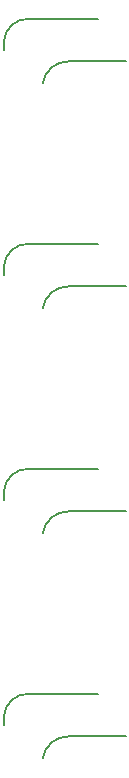
<source format=gbr>
%TF.GenerationSoftware,KiCad,Pcbnew,(6.0.1-0)*%
%TF.CreationDate,2022-01-31T23:33:37+08:00*%
%TF.ProjectId,Phalanx,5068616c-616e-4782-9e6b-696361645f70,rev?*%
%TF.SameCoordinates,Original*%
%TF.FileFunction,Legend,Bot*%
%TF.FilePolarity,Positive*%
%FSLAX46Y46*%
G04 Gerber Fmt 4.6, Leading zero omitted, Abs format (unit mm)*
G04 Created by KiCad (PCBNEW (6.0.1-0)) date 2022-01-31 23:33:37*
%MOMM*%
%LPD*%
G01*
G04 APERTURE LIST*
%ADD10C,0.150000*%
G04 APERTURE END LIST*
D10*
%TO.C,SW4*%
X103632000Y-129290000D02*
X97799999Y-129290000D01*
X101200000Y-132890000D02*
X106000000Y-132890000D01*
X95700000Y-131190000D02*
X95700000Y-131940000D01*
X97799999Y-129289999D02*
G75*
G03*
X95700000Y-131190001I-100000J-1999999D01*
G01*
X101200000Y-132890000D02*
G75*
G03*
X98983682Y-134768529I-65001J-2169999D01*
G01*
%TO.C,SW3*%
X103632000Y-110240000D02*
X97799999Y-110240000D01*
X101200000Y-113840000D02*
X106000000Y-113840000D01*
X95700000Y-112140000D02*
X95700000Y-112890000D01*
X97799999Y-110239999D02*
G75*
G03*
X95700000Y-112140001I-100000J-1999999D01*
G01*
X101200000Y-113840000D02*
G75*
G03*
X98983682Y-115718529I-65001J-2169999D01*
G01*
%TO.C,SW2*%
X103632000Y-91190000D02*
X97799999Y-91190000D01*
X101200000Y-94790000D02*
X106000000Y-94790000D01*
X95700000Y-93090000D02*
X95700000Y-93840000D01*
X97799999Y-91189999D02*
G75*
G03*
X95700000Y-93090001I-100000J-1999999D01*
G01*
X101200000Y-94790000D02*
G75*
G03*
X98983682Y-96668529I-65001J-2169999D01*
G01*
%TO.C,SW1*%
X103632000Y-72140000D02*
X97799999Y-72140000D01*
X101200000Y-75740000D02*
X106000000Y-75740000D01*
X95700000Y-74040000D02*
X95700000Y-74790000D01*
X97799999Y-72139999D02*
G75*
G03*
X95700000Y-74040001I-100000J-1999999D01*
G01*
X101200000Y-75740000D02*
G75*
G03*
X98983682Y-77618529I-65001J-2169999D01*
G01*
%TD*%
M02*

</source>
